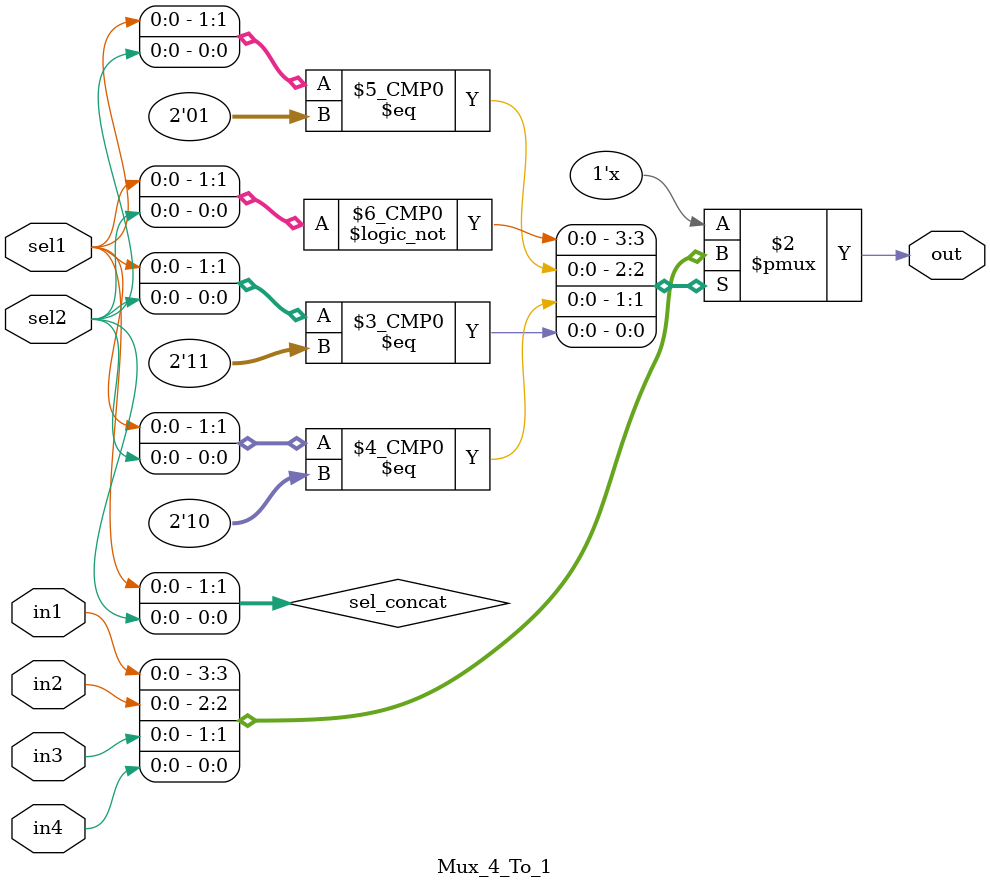
<source format=v>
module Mux_4_To_1 (input in1, input in2, input in3, input in4, 
                   input sel1, input sel2, output reg out);
 

wire [1:0] sel_concat;
assign sel_concat = {sel1, sel2};

always @(*)
begin
  case (sel_concat)
    2'b00 : out <= in1;
    2'b01 : out <= in2;
    2'b10 : out <= in3;
    2'b11 : out <= in4;
  endcase
end

endmodule

</source>
